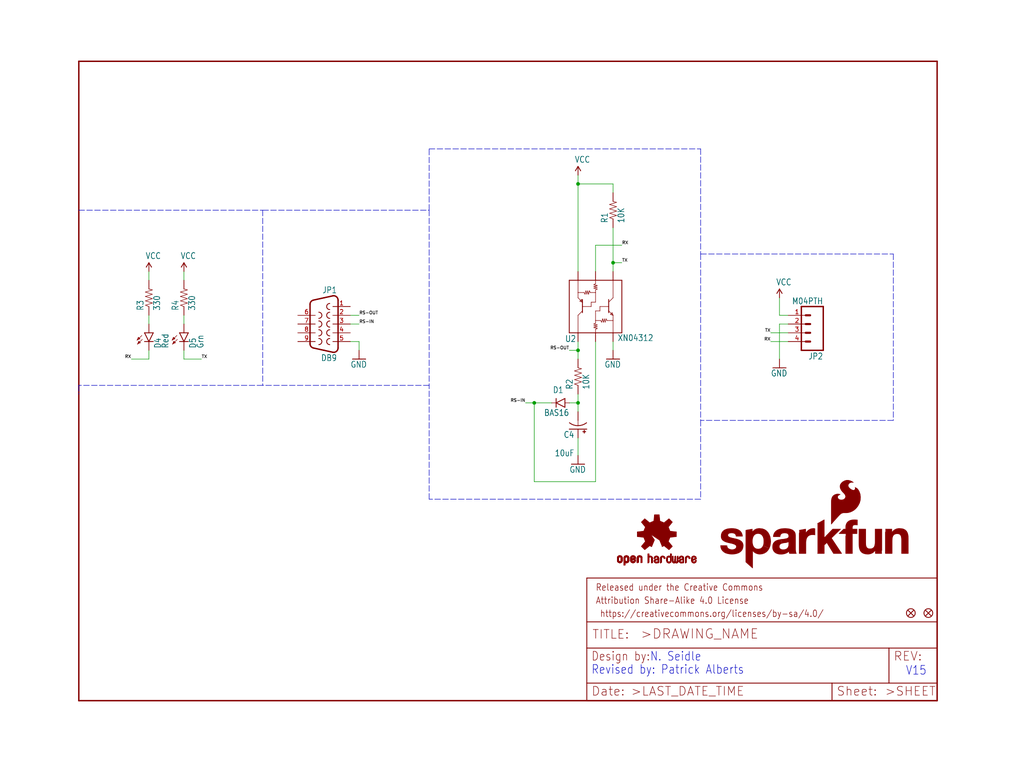
<source format=kicad_sch>
(kicad_sch (version 20211123) (generator eeschema)
  (paper "User" 297.002 223.926)
  (lib_symbols
    (symbol "schematicEagle-eagle-import:10KOHM1{slash}10W1%(0603)0603"
      (property "Reference" "R" (at -3.81 1.4986 0))
      (property "Value" "10KOHM1{slash}10W1%(0603)0603" (at -3.81 -3.302 0))
      (symbol "10KOHM1{slash}10W1%(0603)0603_1_0"
        (pin passive line (at -5.08 0 0) (length 2.54) (name "1") (number "1"))
        (pin passive line (at 5.08 0 180) (length 2.54) (name "2") (number "2"))
      )
    )
    (symbol "schematicEagle-eagle-import:10UF-16V-10%(TANT)"
      (property "Reference" "C" (at 1.016 0.635 0))
      (property "Value" "10UF-16V-10%(TANT)" (at 1.016 -4.191 0))
      (symbol "10UF-16V-10%(TANT)_1_0"
        (pin passive line (at 0 2.54 270) (length 2.54) (name "+") (number "A"))
        (pin passive line (at 0 -5.08 90) (length 2.54) (name "-") (number "C"))
      )
    )
    (symbol "schematicEagle-eagle-import:330OHM1{slash}10W1%(0603)"
      (property "Reference" "R" (at -3.81 1.4986 0))
      (property "Value" "330OHM1{slash}10W1%(0603)" (at -3.81 -3.302 0))
      (symbol "330OHM1{slash}10W1%(0603)_1_0"
        (pin passive line (at -5.08 0 0) (length 2.54) (name "1") (number "1"))
        (pin passive line (at 5.08 0 180) (length 2.54) (name "2") (number "2"))
      )
    )
    (symbol "schematicEagle-eagle-import:DB9FEMALE"
      (property "Reference" "JP" (at -3.81 8.89 0))
      (property "Value" "DB9FEMALE" (at -3.81 -10.795 0))
      (symbol "DB9FEMALE_1_0"
        (pin passive line (at -7.62 5.08 0) (length 5.08) (name "1") (number "1"))
        (pin passive line (at -7.62 2.54 0) (length 5.08) (name "2") (number "2"))
        (pin passive line (at -7.62 0 0) (length 5.08) (name "3") (number "3"))
        (pin passive line (at -7.62 -2.54 0) (length 5.08) (name "4") (number "4"))
        (pin passive line (at -7.62 -5.08 0) (length 5.08) (name "5") (number "5"))
        (pin passive line (at 7.62 2.54 180) (length 5.08) (name "6") (number "6"))
        (pin passive line (at 7.62 0 180) (length 5.08) (name "7") (number "7"))
        (pin passive line (at 7.62 -2.54 180) (length 5.08) (name "8") (number "8"))
        (pin passive line (at 7.62 -5.08 180) (length 5.08) (name "9") (number "9"))
      )
    )
    (symbol "schematicEagle-eagle-import:DIODEBAS16"
      (property "Reference" "D" (at 2.54 0.4826 0))
      (property "Value" "DIODEBAS16" (at 2.54 -2.3114 0))
      (symbol "DIODEBAS16_1_0"
        (pin passive line (at -2.54 0 0) (length 0) (name "A") (number "A"))
        (pin passive line (at 2.54 0 180) (length 0) (name "C") (number "C"))
      )
    )
    (symbol "schematicEagle-eagle-import:FIDUCIAL1X2")
    (symbol "schematicEagle-eagle-import:FRAME-LETTER"
      (symbol "FRAME-LETTER_2_0"
        (text " https://creativecommons.org/licenses/by-sa/4.0/" (at 2.54 24.13 0) (effects (font (size 1.9304 1.6408)) (justify left bottom)))
        (text ">DRAWING_NAME" (at 15.494 17.78 0) (effects (font (size 2.7432 2.7432)) (justify left bottom)))
        (text ">LAST_DATE_TIME" (at 12.7 1.27 0) (effects (font (size 2.54 2.54)) (justify left bottom)))
        (text ">SHEET" (at 86.36 1.27 0) (effects (font (size 2.54 2.54)) (justify left bottom)))
        (text "Attribution Share-Alike 4.0 License" (at 2.54 27.94 0) (effects (font (size 1.9304 1.6408)) (justify left bottom)))
        (text "Date:" (at 1.27 1.27 0) (effects (font (size 2.54 2.54)) (justify left bottom)))
        (text "Design by:" (at 1.27 11.43 0) (effects (font (size 2.54 2.159)) (justify left bottom)))
        (text "Released under the Creative Commons" (at 2.54 31.75 0) (effects (font (size 1.9304 1.6408)) (justify left bottom)))
        (text "REV:" (at 88.9 11.43 0) (effects (font (size 2.54 2.54)) (justify left bottom)))
        (text "Sheet:" (at 72.39 1.27 0) (effects (font (size 2.54 2.54)) (justify left bottom)))
        (text "TITLE:" (at 1.524 17.78 0) (effects (font (size 2.54 2.54)) (justify left bottom)))
      )
    )
    (symbol "schematicEagle-eagle-import:GND" (power)
      (property "Value" "GND" (at -2.54 -2.54 0))
      (symbol "GND_1_0"
        (pin power_in line (at 0 2.54 270) (length 2.54) (name "GND") (number "1"))
      )
    )
    (symbol "schematicEagle-eagle-import:LED-GREENLARGE"
      (property "Reference" "D" (at 3.556 -4.572 90))
      (property "Value" "LED-GREENLARGE" (at 5.715 -4.572 90))
      (symbol "LED-GREENLARGE_1_0"
        (pin passive line (at 0 2.54 270) (length 2.54) (name "A") (number "A"))
        (pin passive line (at 0 -5.08 90) (length 2.54) (name "C") (number "C"))
      )
    )
    (symbol "schematicEagle-eagle-import:LED-RED1206"
      (property "Reference" "D" (at 3.556 -4.572 90))
      (property "Value" "LED-RED1206" (at 5.715 -4.572 90))
      (symbol "LED-RED1206_1_0"
        (pin passive line (at 0 2.54 270) (length 2.54) (name "A") (number "A"))
        (pin passive line (at 0 -5.08 90) (length 2.54) (name "C") (number "C"))
      )
    )
    (symbol "schematicEagle-eagle-import:M04PTH"
      (property "Reference" "JP" (at -5.08 8.382 0))
      (property "Value" "M04PTH" (at -5.08 -7.62 0))
      (symbol "M04PTH_1_0"
        (pin passive line (at 5.08 -2.54 180) (length 5.08) (name "1") (number "1"))
        (pin passive line (at 5.08 0 180) (length 5.08) (name "2") (number "2"))
        (pin passive line (at 5.08 2.54 180) (length 5.08) (name "3") (number "3"))
        (pin passive line (at 5.08 5.08 180) (length 5.08) (name "4") (number "4"))
      )
    )
    (symbol "schematicEagle-eagle-import:OSHW-LOGOM")
    (symbol "schematicEagle-eagle-import:SFE_LOGO_NAME_FLAME.1_INCH")
    (symbol "schematicEagle-eagle-import:VCC" (power)
      (property "Value" "VCC" (at -1.016 3.556 0))
      (symbol "VCC_1_0"
        (pin power_in line (at 0 0 90) (length 2.54) (name "VCC") (number "1"))
      )
    )
    (symbol "schematicEagle-eagle-import:XN04312SOT"
      (property "Value" "XN04312SOT" (at -7.62 -10.16 0))
      (symbol "XN04312SOT_1_0"
        (pin bidirectional line (at -10.16 -5.08 0) (length 2.54) (name "C1") (number "1"))
        (pin bidirectional line (at -10.16 0 0) (length 2.54) (name "B2") (number "2"))
        (pin bidirectional line (at -10.16 5.08 0) (length 2.54) (name "E2") (number "3"))
        (pin bidirectional line (at 10.16 5.08 180) (length 2.54) (name "C2") (number "4"))
        (pin bidirectional line (at 10.16 0 180) (length 2.54) (name "B1") (number "5"))
        (pin bidirectional line (at 10.16 -5.08 180) (length 2.54) (name "E1") (number "6"))
      )
    )
  )
  (junction (at 177.8 76.2))
  (junction (at 154.94 116.84))
  (junction (at 167.64 101.6))
  (junction (at 167.64 53.34))
  (junction (at 167.64 116.84))
  (wire (pts (xy 172.72 99.06) (xy 172.72 139.7)))
  (wire (pts (xy 43.18 104.14) (xy 38.1 104.14)))
  (wire (pts (xy 177.8 55.88) (xy 177.8 53.34)))
  (polyline (pts (xy 76.2 60.96) (xy 76.2 111.76)))
  (polyline (pts (xy 259.08 121.92) (xy 203.2 121.92)))
  (wire (pts (xy 154.94 116.84) (xy 152.4 116.84)))
  (wire (pts (xy 154.94 139.7) (xy 154.94 116.84)))
  (wire (pts (xy 101.6 91.44) (xy 104.14 91.44)))
  (wire (pts (xy 167.64 53.34) (xy 167.64 78.74)))
  (wire (pts (xy 172.72 71.12) (xy 180.34 71.12)))
  (wire (pts (xy 167.64 132.08) (xy 167.64 127)))
  (polyline (pts (xy 124.46 144.78) (xy 124.46 111.76)))
  (polyline (pts (xy 124.46 60.96) (xy 124.46 43.18)))
  (wire (pts (xy 177.8 76.2) (xy 177.8 78.74)))
  (polyline (pts (xy 22.86 60.96) (xy 76.2 60.96)))
  (polyline (pts (xy 203.2 73.66) (xy 259.08 73.66)))
  (polyline (pts (xy 124.46 111.76) (xy 76.2 111.76)))
  (wire (pts (xy 167.64 104.14) (xy 167.64 101.6)))
  (wire (pts (xy 177.8 66.04) (xy 177.8 76.2)))
  (polyline (pts (xy 76.2 111.76) (xy 22.86 111.76)))
  (wire (pts (xy 43.18 101.6) (xy 43.18 104.14)))
  (wire (pts (xy 101.6 99.06) (xy 104.14 99.06)))
  (polyline (pts (xy 203.2 73.66) (xy 203.2 121.92)))
  (wire (pts (xy 167.64 116.84) (xy 167.64 114.3)))
  (wire (pts (xy 167.64 53.34) (xy 167.64 50.8)))
  (polyline (pts (xy 203.2 43.18) (xy 203.2 73.66)))
  (wire (pts (xy 53.34 93.98) (xy 53.34 91.44)))
  (polyline (pts (xy 22.86 111.76) (xy 22.86 114.3)))
  (wire (pts (xy 177.8 76.2) (xy 180.34 76.2)))
  (wire (pts (xy 228.6 93.98) (xy 226.06 93.98)))
  (wire (pts (xy 53.34 81.28) (xy 53.34 78.74)))
  (polyline (pts (xy 124.46 60.96) (xy 124.46 111.76)))
  (wire (pts (xy 226.06 91.44) (xy 226.06 86.36)))
  (polyline (pts (xy 76.2 60.96) (xy 124.46 60.96)))
  (wire (pts (xy 177.8 101.6) (xy 177.8 99.06)))
  (wire (pts (xy 223.52 96.52) (xy 228.6 96.52)))
  (wire (pts (xy 165.1 116.84) (xy 167.64 116.84)))
  (wire (pts (xy 53.34 101.6) (xy 53.34 104.14)))
  (polyline (pts (xy 203.2 144.78) (xy 124.46 144.78)))
  (wire (pts (xy 167.64 119.38) (xy 167.64 116.84)))
  (wire (pts (xy 101.6 93.98) (xy 104.14 93.98)))
  (polyline (pts (xy 259.08 73.66) (xy 259.08 121.92)))
  (wire (pts (xy 223.52 99.06) (xy 228.6 99.06)))
  (polyline (pts (xy 124.46 43.18) (xy 203.2 43.18)))
  (polyline (pts (xy 203.2 121.92) (xy 203.2 144.78)))
  (wire (pts (xy 160.02 116.84) (xy 154.94 116.84)))
  (wire (pts (xy 43.18 93.98) (xy 43.18 91.44)))
  (wire (pts (xy 172.72 139.7) (xy 154.94 139.7)))
  (wire (pts (xy 167.64 101.6) (xy 165.1 101.6)))
  (wire (pts (xy 226.06 93.98) (xy 226.06 104.14)))
  (wire (pts (xy 167.64 101.6) (xy 167.64 99.06)))
  (wire (pts (xy 177.8 53.34) (xy 167.64 53.34)))
  (wire (pts (xy 172.72 78.74) (xy 172.72 71.12)))
  (wire (pts (xy 53.34 104.14) (xy 58.42 104.14)))
  (wire (pts (xy 43.18 81.28) (xy 43.18 78.74)))
  (wire (pts (xy 104.14 99.06) (xy 104.14 101.6)))
  (wire (pts (xy 228.6 91.44) (xy 226.06 91.44)))
  (text "Revised by: Patrick Alberts" (at 171.45 195.834 180) (effects (font (size 2.54 2.159)) (justify left bottom)))
  (text "N. Seidle" (at 188.468 192.024 180) (effects (font (size 2.54 2.159)) (justify left bottom)))
  (text "V15" (at 262.636 196.088 180) (effects (font (size 2.54 2.159)) (justify left bottom)))
  (label "RX" (at 223.52 99.06 180) (effects (font (size 0.889 0.889))))
  (label "TX" (at 180.34 76.2 0) (effects (font (size 0.889 0.889))))
  (label "RS-OUT" (at 104.14 91.44 0) (effects (font (size 0.889 0.889))))
  (label "TX" (at 58.42 104.14 0) (effects (font (size 0.889 0.889))))
  (label "RS-IN" (at 104.14 93.98 0) (effects (font (size 0.889 0.889))))
  (label "RS-OUT" (at 165.1 101.6 180) (effects (font (size 0.889 0.889))))
  (label "RX" (at 180.34 71.12 0) (effects (font (size 0.889 0.889))))
  (label "RX" (at 38.1 104.14 180) (effects (font (size 0.889 0.889))))
  (label "TX" (at 223.52 96.52 180) (effects (font (size 0.889 0.889))))
  (label "RS-IN" (at 152.4 116.84 180) (effects (font (size 0.889 0.889))))
  (symbol (lib_id "schematicEagle-eagle-import:SFE_LOGO_NAME_FLAME.1_INCH") (at 208.28 165.1 0) (unit 1)
    (property "Reference" "LOGO1" (effects hide))
    (property "Value" "SFE_LOGO_NAME_FLAME.1_INCH" (effects hide))
    (property "Footprint" "schematicEagle:SFE_LOGO_NAME_FLAME_.1" (effects hide))
  )
  (symbol (lib_id "schematicEagle-eagle-import:10KOHM1{slash}10W1%(0603)0603") (at 177.8 60.96 90) (unit 1)
    (property "Reference" "R1" (at 176.3014 64.77 0) (effects (font (size 1.778 1.5113)) (justify left bottom)))
    (property "Value" "10K" (at 181.102 64.77 0) (effects (font (size 1.778 1.5113)) (justify left bottom)))
    (property "Footprint" "schematicEagle:0603-RES" (effects hide))
  )
  (symbol (lib_id "schematicEagle-eagle-import:330OHM1{slash}10W1%(0603)") (at 43.18 86.36 90) (unit 1)
    (property "Reference" "R3" (at 41.6814 90.17 0) (effects (font (size 1.778 1.5113)) (justify left bottom)))
    (property "Value" "330" (at 46.482 90.17 0) (effects (font (size 1.778 1.5113)) (justify left bottom)))
    (property "Footprint" "schematicEagle:0603-RES" (effects hide))
  )
  (symbol (lib_id "schematicEagle-eagle-import:M04PTH") (at 233.68 93.98 180) (unit 1)
    (property "Reference" "JP2" (at 238.76 102.362 0) (effects (font (size 1.778 1.5113)) (justify left bottom)))
    (property "Value" "M04PTH" (at 238.76 86.36 0) (effects (font (size 1.778 1.5113)) (justify left bottom)))
    (property "Footprint" "schematicEagle:1X04" (effects hide))
  )
  (symbol (lib_id "schematicEagle-eagle-import:FRAME-LETTER") (at 170.18 203.2 0) (unit 2)
    (property "Reference" "FRAME1" (effects hide))
    (property "Value" "FRAME-LETTER" (effects hide))
    (property "Footprint" "schematicEagle:CREATIVE_COMMONS" (effects hide))
  )
  (symbol (lib_id "schematicEagle-eagle-import:GND") (at 104.14 104.14 0) (unit 1)
    (property "Reference" "#GND1" (effects hide))
    (property "Value" "GND" (at 101.6 106.68 0) (effects (font (size 1.778 1.5113)) (justify left bottom)))
    (property "Footprint" "schematicEagle:" (effects hide))
  )
  (symbol (lib_id "schematicEagle-eagle-import:XN04312SOT") (at 172.72 88.9 90) (mirror x) (unit 1)
    (property "Reference" "U2" (at 163.83 97.282 90) (effects (font (size 1.778 1.5113)) (justify right top)))
    (property "Value" "XN04312" (at 179.07 97.028 90) (effects (font (size 1.778 1.5113)) (justify right top)))
    (property "Footprint" "schematicEagle:SOT23-6" (effects hide))
  )
  (symbol (lib_id "schematicEagle-eagle-import:LED-RED1206") (at 43.18 96.52 0) (unit 1)
    (property "Reference" "D4" (at 46.736 101.092 90) (effects (font (size 1.778 1.5113)) (justify left bottom)))
    (property "Value" "Red" (at 48.895 101.092 90) (effects (font (size 1.778 1.5113)) (justify left bottom)))
    (property "Footprint" "schematicEagle:LED-1206" (effects hide))
  )
  (symbol (lib_id "schematicEagle-eagle-import:10UF-16V-10%(TANT)") (at 167.64 124.46 180) (unit 1)
    (property "Reference" "C4" (at 166.624 125.095 0) (effects (font (size 1.778 1.5113)) (justify left bottom)))
    (property "Value" "10uF" (at 166.624 130.429 0) (effects (font (size 1.778 1.5113)) (justify left bottom)))
    (property "Footprint" "schematicEagle:EIA3216" (effects hide))
  )
  (symbol (lib_id "schematicEagle-eagle-import:DB9FEMALE") (at 93.98 93.98 0) (mirror y) (unit 1)
    (property "Reference" "JP1" (at 97.79 85.09 0) (effects (font (size 1.778 1.5113)) (justify left bottom)))
    (property "Value" "DB9" (at 97.79 104.775 0) (effects (font (size 1.778 1.5113)) (justify left bottom)))
    (property "Footprint" "schematicEagle:DB9" (effects hide))
  )
  (symbol (lib_id "schematicEagle-eagle-import:DIODEBAS16") (at 162.56 116.84 180) (unit 1)
    (property "Reference" "D1" (at 160.274 114.0714 0) (effects (font (size 1.778 1.5113)) (justify right top)))
    (property "Value" "BAS16" (at 157.734 120.6754 0) (effects (font (size 1.778 1.5113)) (justify right top)))
    (property "Footprint" "schematicEagle:SOD-323" (effects hide))
  )
  (symbol (lib_id "schematicEagle-eagle-import:FIDUCIAL1X2") (at 269.24 177.8 0) (unit 1)
    (property "Reference" "E$1" (effects hide))
    (property "Value" "FIDUCIAL1X2" (effects hide))
    (property "Footprint" "schematicEagle:FIDUCIAL-1X2" (effects hide))
  )
  (symbol (lib_id "schematicEagle-eagle-import:GND") (at 226.06 106.68 0) (unit 1)
    (property "Reference" "#GND2" (effects hide))
    (property "Value" "GND" (at 223.52 109.22 0) (effects (font (size 1.778 1.5113)) (justify left bottom)))
    (property "Footprint" "schematicEagle:" (effects hide))
  )
  (symbol (lib_id "schematicEagle-eagle-import:LED-GREENLARGE") (at 53.34 96.52 0) (unit 1)
    (property "Reference" "D5" (at 56.896 101.092 90) (effects (font (size 1.778 1.5113)) (justify left bottom)))
    (property "Value" "Grn" (at 59.055 101.092 90) (effects (font (size 1.778 1.5113)) (justify left bottom)))
    (property "Footprint" "schematicEagle:LED-1206" (effects hide))
  )
  (symbol (lib_id "schematicEagle-eagle-import:330OHM1{slash}10W1%(0603)") (at 53.34 86.36 90) (unit 1)
    (property "Reference" "R4" (at 51.8414 90.17 0) (effects (font (size 1.778 1.5113)) (justify left bottom)))
    (property "Value" "330" (at 56.642 90.17 0) (effects (font (size 1.778 1.5113)) (justify left bottom)))
    (property "Footprint" "schematicEagle:0603-RES" (effects hide))
  )
  (symbol (lib_id "schematicEagle-eagle-import:FIDUCIAL1X2") (at 264.16 177.8 0) (unit 1)
    (property "Reference" "E$2" (effects hide))
    (property "Value" "FIDUCIAL1X2" (effects hide))
    (property "Footprint" "schematicEagle:FIDUCIAL-1X2" (effects hide))
  )
  (symbol (lib_id "schematicEagle-eagle-import:VCC") (at 53.34 78.74 0) (unit 1)
    (property "Reference" "#P+2" (effects hide))
    (property "Value" "VCC" (at 52.324 75.184 0) (effects (font (size 1.778 1.5113)) (justify left bottom)))
    (property "Footprint" "schematicEagle:" (effects hide))
  )
  (symbol (lib_id "schematicEagle-eagle-import:GND") (at 177.8 104.14 0) (unit 1)
    (property "Reference" "#GND7" (effects hide))
    (property "Value" "GND" (at 175.26 106.68 0) (effects (font (size 1.778 1.5113)) (justify left bottom)))
    (property "Footprint" "schematicEagle:" (effects hide))
  )
  (symbol (lib_id "schematicEagle-eagle-import:GND") (at 167.64 134.62 0) (unit 1)
    (property "Reference" "#GND8" (effects hide))
    (property "Value" "GND" (at 165.1 137.16 0) (effects (font (size 1.778 1.5113)) (justify left bottom)))
    (property "Footprint" "schematicEagle:" (effects hide))
  )
  (symbol (lib_id "schematicEagle-eagle-import:10KOHM1{slash}10W1%(0603)0603") (at 167.64 109.22 90) (unit 1)
    (property "Reference" "R2" (at 166.1414 113.03 0) (effects (font (size 1.778 1.5113)) (justify left bottom)))
    (property "Value" "10K" (at 170.942 113.03 0) (effects (font (size 1.778 1.5113)) (justify left bottom)))
    (property "Footprint" "schematicEagle:0603-RES" (effects hide))
  )
  (symbol (lib_id "schematicEagle-eagle-import:VCC") (at 226.06 86.36 0) (unit 1)
    (property "Reference" "#P+3" (effects hide))
    (property "Value" "VCC" (at 225.044 82.804 0) (effects (font (size 1.778 1.5113)) (justify left bottom)))
    (property "Footprint" "schematicEagle:" (effects hide))
  )
  (symbol (lib_id "schematicEagle-eagle-import:VCC") (at 43.18 78.74 0) (unit 1)
    (property "Reference" "#P+1" (effects hide))
    (property "Value" "VCC" (at 42.164 75.184 0) (effects (font (size 1.778 1.5113)) (justify left bottom)))
    (property "Footprint" "schematicEagle:" (effects hide))
  )
  (symbol (lib_id "schematicEagle-eagle-import:FRAME-LETTER") (at 22.86 203.2 0) (unit 1)
    (property "Reference" "FRAME1" (effects hide))
    (property "Value" "FRAME-LETTER" (effects hide))
    (property "Footprint" "schematicEagle:CREATIVE_COMMONS" (effects hide))
  )
  (symbol (lib_id "schematicEagle-eagle-import:VCC") (at 167.64 50.8 0) (unit 1)
    (property "Reference" "#P+5" (effects hide))
    (property "Value" "VCC" (at 166.624 47.244 0) (effects (font (size 1.778 1.5113)) (justify left bottom)))
    (property "Footprint" "schematicEagle:" (effects hide))
  )
  (symbol (lib_id "schematicEagle-eagle-import:OSHW-LOGOM") (at 190.5 154.94 0) (unit 1)
    (property "Reference" "LOGO2" (effects hide))
    (property "Value" "OSHW-LOGOM" (effects hide))
    (property "Footprint" "schematicEagle:OSHW-LOGO-M" (effects hide))
  )
)
</source>
